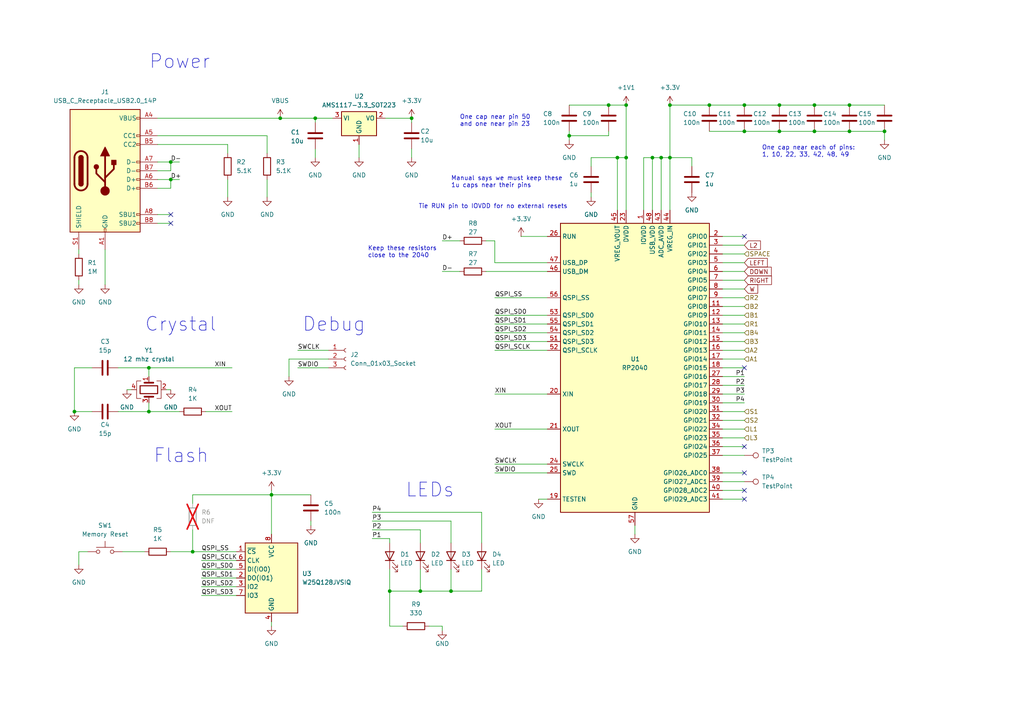
<source format=kicad_sch>
(kicad_sch (version 20231120) (generator "eeschema") (generator_version "8.0")
  (paper "A4")
  (lib_symbols
    (symbol "+3.3V_1" (power) (pin_numbers hide) (pin_names (offset 0) hide)
      (property "Value" "+3.3V" (at 0 3.556 0))
      (symbol "+3.3V_1_0_1"
        (polyline (pts (xy -0.762 1.27) (xy 0 2.54)))
        (polyline (pts (xy 0 0) (xy 0 2.54)))
        (polyline (pts (xy 0 2.54) (xy 0.762 1.27)))
      )
      (symbol "+3.3V_1_1_1"
        (pin power_in line (at 0 0 90) (length 0) (name "~") (number "1"))
      )
    )
    (symbol "Connector:Conn_01x03_Socket" (pin_names (offset 1.016) hide)
      (property "Reference" "J" (at 0 5.08 0))
      (property "Value" "Conn_01x03_Socket" (at 0 -5.08 0))
      (symbol "Conn_01x03_Socket_1_1"
        (arc (start 0 -2.032) (mid -0.5058 -2.54) (end 0 -3.048) (stroke (width 0.1524)))
        (polyline (pts (xy -1.27 -2.54) (xy -0.508 -2.54)) (stroke (width 0.1524)))
        (polyline (pts (xy -1.27 0) (xy -0.508 0)) (stroke (width 0.1524)))
        (polyline (pts (xy -1.27 2.54) (xy -0.508 2.54)) (stroke (width 0.1524)))
        (arc (start 0 0.508) (mid -0.5058 0) (end 0 -0.508) (stroke (width 0.1524)))
        (arc (start 0 3.048) (mid -0.5058 2.54) (end 0 2.032) (stroke (width 0.1524)))
        (pin passive line (at -5.08 2.54 0) (length 3.81) (name "Pin_1") (number "1"))
        (pin passive line (at -5.08 0 0) (length 3.81) (name "Pin_2") (number "2"))
        (pin passive line (at -5.08 -2.54 0) (length 3.81) (name "Pin_3") (number "3"))
      )
    )
    (symbol "Connector:TestPoint" (pin_numbers hide) (pin_names (offset 0.762) hide)
      (property "Reference" "TP" (at 0 6.858 0))
      (property "Value" "TestPoint" (at 0 5.08 0))
      (symbol "TestPoint_0_1"
        (circle (center 0 3.302) (radius 0.762))
      )
      (symbol "TestPoint_1_1"
        (pin passive line (at 0 0 90) (length 2.54) (name "1") (number "1"))
      )
    )
    (symbol "Connector:USB_C_Receptacle_USB2.0_16P" (pin_names (offset 1.016))
      (property "Reference" "J" (at 0 22.225 0))
      (property "Value" "USB_C_Receptacle_USB2.0_16P" (at 0 19.685 0))
      (symbol "USB_C_Receptacle_USB2.0_16P_0_0"
        (rectangle (start -0.254 -17.78) (end 0.254 -16.764))
        (rectangle (start 10.16 -14.986) (end 9.144 -15.494))
        (rectangle (start 10.16 -12.446) (end 9.144 -12.954))
        (rectangle (start 10.16 -4.826) (end 9.144 -5.334))
        (rectangle (start 10.16 -2.286) (end 9.144 -2.794))
        (rectangle (start 10.16 0.254) (end 9.144 -0.254))
        (rectangle (start 10.16 2.794) (end 9.144 2.286))
        (rectangle (start 10.16 7.874) (end 9.144 7.366))
        (rectangle (start 10.16 10.414) (end 9.144 9.906))
        (rectangle (start 10.16 15.494) (end 9.144 14.986))
      )
      (symbol "USB_C_Receptacle_USB2.0_16P_0_1"
        (rectangle (start -10.16 17.78) (end 10.16 -17.78) (stroke (width 0.254)) (fill (type background)))
        (arc (start -8.89 -3.81) (mid -6.985 -5.7067) (end -5.08 -3.81) (stroke (width 0.508)))
        (arc (start -7.62 -3.81) (mid -6.985 -4.4423) (end -6.35 -3.81) (stroke (width 0.254)))
        (arc (start -7.62 -3.81) (mid -6.985 -4.4423) (end -6.35 -3.81) (stroke (width 0.254)) (fill (type outline)))
        (rectangle (start -7.62 -3.81) (end -6.35 3.81) (stroke (width 0.254)) (fill (type outline)))
        (arc (start -6.35 3.81) (mid -6.985 4.4423) (end -7.62 3.81) (stroke (width 0.254)))
        (arc (start -6.35 3.81) (mid -6.985 4.4423) (end -7.62 3.81) (stroke (width 0.254)) (fill (type outline)))
        (arc (start -5.08 3.81) (mid -6.985 5.7067) (end -8.89 3.81) (stroke (width 0.508)))
        (circle (center -2.54 1.143) (radius 0.635) (stroke (width 0.254)) (fill (type outline)))
        (circle (center 0 -5.842) (radius 1.27) (fill (type outline)))
        (polyline (pts (xy -8.89 -3.81) (xy -8.89 3.81)) (stroke (width 0.508)))
        (polyline (pts (xy -5.08 3.81) (xy -5.08 -3.81)) (stroke (width 0.508)))
        (polyline (pts (xy 0 -5.842) (xy 0 4.318)) (stroke (width 0.508)))
        (polyline (pts (xy 0 -3.302) (xy -2.54 -0.762) (xy -2.54 0.508)) (stroke (width 0.508)))
        (polyline (pts (xy 0 -2.032) (xy 2.54 0.508) (xy 2.54 1.778)) (stroke (width 0.508)))
        (polyline (pts (xy -1.27 4.318) (xy 0 6.858) (xy 1.27 4.318) (xy -1.27 4.318)) (stroke (width 0.254)) (fill (type outline)))
        (rectangle (start 1.905 1.778) (end 3.175 3.048) (stroke (width 0.254)) (fill (type outline)))
      )
      (symbol "USB_C_Receptacle_USB2.0_16P_1_1"
        (pin passive line (at 0 -22.86 90) (length 5.08) (name "GND") (number "A1"))
        (pin passive line (at 0 -22.86 90) (length 5.08) hide (name "GND") (number "A12"))
        (pin passive line (at 15.24 15.24 180) (length 5.08) (name "VBUS") (number "A4"))
        (pin bidirectional line (at 15.24 10.16 180) (length 5.08) (name "CC1") (number "A5"))
        (pin bidirectional line (at 15.24 -2.54 180) (length 5.08) (name "D+") (number "A6"))
        (pin bidirectional line (at 15.24 2.54 180) (length 5.08) (name "D-") (number "A7"))
        (pin bidirectional line (at 15.24 -12.7 180) (length 5.08) (name "SBU1") (number "A8"))
        (pin passive line (at 15.24 15.24 180) (length 5.08) hide (name "VBUS") (number "A9"))
        (pin passive line (at 0 -22.86 90) (length 5.08) hide (name "GND") (number "B1"))
        (pin passive line (at 0 -22.86 90) (length 5.08) hide (name "GND") (number "B12"))
        (pin passive line (at 15.24 15.24 180) (length 5.08) hide (name "VBUS") (number "B4"))
        (pin bidirectional line (at 15.24 7.62 180) (length 5.08) (name "CC2") (number "B5"))
        (pin bidirectional line (at 15.24 -5.08 180) (length 5.08) (name "D+") (number "B6"))
        (pin bidirectional line (at 15.24 0 180) (length 5.08) (name "D-") (number "B7"))
        (pin bidirectional line (at 15.24 -15.24 180) (length 5.08) (name "SBU2") (number "B8"))
        (pin passive line (at 15.24 15.24 180) (length 5.08) hide (name "VBUS") (number "B9"))
        (pin passive line (at -7.62 -22.86 90) (length 5.08) (name "SHIELD") (number "S1"))
      )
    )
    (symbol "Device:C" (pin_numbers hide) (pin_names (offset 0.254))
      (property "Reference" "C" (at 0.635 2.54 0))
      (property "Value" "C" (at 0.635 -2.54 0))
      (symbol "C_0_1"
        (polyline (pts (xy -2.032 -0.762) (xy 2.032 -0.762)) (stroke (width 0.508)))
        (polyline (pts (xy -2.032 0.762) (xy 2.032 0.762)) (stroke (width 0.508)))
      )
      (symbol "C_1_1"
        (pin passive line (at 0 3.81 270) (length 2.794) (name "~") (number "1"))
        (pin passive line (at 0 -3.81 90) (length 2.794) (name "~") (number "2"))
      )
    )
    (symbol "Device:Crystal_GND24" (pin_names (offset 1.016) hide)
      (property "Reference" "Y" (at 3.175 5.08 0))
      (property "Value" "Crystal_GND24" (at 3.175 3.175 0))
      (symbol "Crystal_GND24_0_1"
        (rectangle (start -1.143 2.54) (end 1.143 -2.54) (stroke (width 0.3048)))
        (polyline (pts (xy -2.54 0) (xy -2.032 0)))
        (polyline (pts (xy -2.032 -1.27) (xy -2.032 1.27)) (stroke (width 0.508)))
        (polyline (pts (xy 0 -3.81) (xy 0 -3.556)))
        (polyline (pts (xy 0 3.556) (xy 0 3.81)))
        (polyline (pts (xy 2.032 -1.27) (xy 2.032 1.27)) (stroke (width 0.508)))
        (polyline (pts (xy 2.032 0) (xy 2.54 0)))
        (polyline (pts (xy -2.54 -2.286) (xy -2.54 -3.556) (xy 2.54 -3.556) (xy 2.54 -2.286)))
        (polyline (pts (xy -2.54 2.286) (xy -2.54 3.556) (xy 2.54 3.556) (xy 2.54 2.286)))
      )
      (symbol "Crystal_GND24_1_1"
        (pin passive line (at -3.81 0 0) (length 1.27) (name "1") (number "1"))
        (pin passive line (at 0 5.08 270) (length 1.27) (name "2") (number "2"))
        (pin passive line (at 3.81 0 180) (length 1.27) (name "3") (number "3"))
        (pin passive line (at 0 -5.08 90) (length 1.27) (name "4") (number "4"))
      )
    )
    (symbol "Device:LED" (pin_numbers hide) (pin_names (offset 1.016) hide)
      (property "Reference" "D" (at 0 2.54 0))
      (property "Value" "LED" (at 0 -2.54 0))
      (symbol "LED_0_1"
        (polyline (pts (xy -1.27 -1.27) (xy -1.27 1.27)) (stroke (width 0.254)))
        (polyline (pts (xy -1.27 0) (xy 1.27 0)))
        (polyline (pts (xy 1.27 -1.27) (xy 1.27 1.27) (xy -1.27 0) (xy 1.27 -1.27)) (stroke (width 0.254)))
        (polyline (pts (xy -3.048 -0.762) (xy -4.572 -2.286) (xy -3.81 -2.286) (xy -4.572 -2.286) (xy -4.572 -1.524)))
        (polyline (pts (xy -1.778 -0.762) (xy -3.302 -2.286) (xy -2.54 -2.286) (xy -3.302 -2.286) (xy -3.302 -1.524)))
      )
      (symbol "LED_1_1"
        (pin passive line (at -3.81 0 0) (length 2.54) (name "K") (number "1"))
        (pin passive line (at 3.81 0 180) (length 2.54) (name "A") (number "2"))
      )
    )
    (symbol "Device:R" (pin_numbers hide) (pin_names (offset 0))
      (property "Reference" "R" (at 2.032 0 90))
      (property "Value" "R" (at 0 0 90))
      (symbol "R_0_1"
        (rectangle (start -1.016 -2.54) (end 1.016 2.54) (stroke (width 0.254)))
      )
      (symbol "R_1_1"
        (pin passive line (at 0 3.81 270) (length 1.27) (name "~") (number "1"))
        (pin passive line (at 0 -3.81 90) (length 1.27) (name "~") (number "2"))
      )
    )
    (symbol "GND_2" (power) (pin_numbers hide) (pin_names (offset 0) hide)
      (property "Value" "GND" (at 0 -3.81 0))
      (symbol "GND_2_0_1"
        (polyline (pts (xy 0 0) (xy 0 -1.27) (xy 1.27 -1.27) (xy 0 -2.54) (xy -1.27 -1.27) (xy 0 -1.27)))
      )
      (symbol "GND_2_1_1"
        (pin power_in line (at 0 0 270) (length 0) (name "~") (number "1"))
      )
    )
    (symbol "MCU_RaspberryPi:RP2040"
      (property "Reference" "U" (at 17.78 45.72 0))
      (property "Value" "RP2040" (at 17.78 43.18 0))
      (symbol "RP2040_0_1"
        (rectangle (start -21.59 41.91) (end 21.59 -41.91) (stroke (width 0.254)) (fill (type background)))
      )
      (symbol "RP2040_1_1"
        (pin power_in line (at 2.54 45.72 270) (length 3.81) (name "IOVDD") (number "1"))
        (pin passive line (at 2.54 45.72 270) (length 3.81) hide (name "IOVDD") (number "10"))
        (pin bidirectional line (at 25.4 17.78 180) (length 3.81) (name "GPIO8") (number "11"))
        (pin bidirectional line (at 25.4 15.24 180) (length 3.81) (name "GPIO9") (number "12"))
        (pin bidirectional line (at 25.4 12.7 180) (length 3.81) (name "GPIO10") (number "13"))
        (pin bidirectional line (at 25.4 10.16 180) (length 3.81) (name "GPIO11") (number "14"))
        (pin bidirectional line (at 25.4 7.62 180) (length 3.81) (name "GPIO12") (number "15"))
        (pin bidirectional line (at 25.4 5.08 180) (length 3.81) (name "GPIO13") (number "16"))
        (pin bidirectional line (at 25.4 2.54 180) (length 3.81) (name "GPIO14") (number "17"))
        (pin bidirectional line (at 25.4 0 180) (length 3.81) (name "GPIO15") (number "18"))
        (pin input line (at -25.4 -38.1 0) (length 3.81) (name "TESTEN") (number "19"))
        (pin bidirectional line (at 25.4 38.1 180) (length 3.81) (name "GPIO0") (number "2"))
        (pin input line (at -25.4 -7.62 0) (length 3.81) (name "XIN") (number "20"))
        (pin passive line (at -25.4 -17.78 0) (length 3.81) (name "XOUT") (number "21"))
        (pin passive line (at 2.54 45.72 270) (length 3.81) hide (name "IOVDD") (number "22"))
        (pin power_in line (at -2.54 45.72 270) (length 3.81) (name "DVDD") (number "23"))
        (pin input line (at -25.4 -27.94 0) (length 3.81) (name "SWCLK") (number "24"))
        (pin bidirectional line (at -25.4 -30.48 0) (length 3.81) (name "SWD") (number "25"))
        (pin input line (at -25.4 38.1 0) (length 3.81) (name "RUN") (number "26"))
        (pin bidirectional line (at 25.4 -2.54 180) (length 3.81) (name "GPIO16") (number "27"))
        (pin bidirectional line (at 25.4 -5.08 180) (length 3.81) (name "GPIO17") (number "28"))
        (pin bidirectional line (at 25.4 -7.62 180) (length 3.81) (name "GPIO18") (number "29"))
        (pin bidirectional line (at 25.4 35.56 180) (length 3.81) (name "GPIO1") (number "3"))
        (pin bidirectional line (at 25.4 -10.16 180) (length 3.81) (name "GPIO19") (number "30"))
        (pin bidirectional line (at 25.4 -12.7 180) (length 3.81) (name "GPIO20") (number "31"))
        (pin bidirectional line (at 25.4 -15.24 180) (length 3.81) (name "GPIO21") (number "32"))
        (pin passive line (at 2.54 45.72 270) (length 3.81) hide (name "IOVDD") (number "33"))
        (pin bidirectional line (at 25.4 -17.78 180) (length 3.81) (name "GPIO22") (number "34"))
        (pin bidirectional line (at 25.4 -20.32 180) (length 3.81) (name "GPIO23") (number "35"))
        (pin bidirectional line (at 25.4 -22.86 180) (length 3.81) (name "GPIO24") (number "36"))
        (pin bidirectional line (at 25.4 -25.4 180) (length 3.81) (name "GPIO25") (number "37"))
        (pin bidirectional line (at 25.4 -30.48 180) (length 3.81) (name "GPIO26_ADC0") (number "38"))
        (pin bidirectional line (at 25.4 -33.02 180) (length 3.81) (name "GPIO27_ADC1") (number "39"))
        (pin bidirectional line (at 25.4 33.02 180) (length 3.81) (name "GPIO2") (number "4"))
        (pin bidirectional line (at 25.4 -35.56 180) (length 3.81) (name "GPIO28_ADC2") (number "40"))
        (pin bidirectional line (at 25.4 -38.1 180) (length 3.81) (name "GPIO29_ADC3") (number "41"))
        (pin passive line (at 2.54 45.72 270) (length 3.81) hide (name "IOVDD") (number "42"))
        (pin power_in line (at 7.62 45.72 270) (length 3.81) (name "ADC_AVDD") (number "43"))
        (pin power_in line (at 10.16 45.72 270) (length 3.81) (name "VREG_IN") (number "44"))
        (pin power_out line (at -5.08 45.72 270) (length 3.81) (name "VREG_VOUT") (number "45"))
        (pin bidirectional line (at -25.4 27.94 0) (length 3.81) (name "USB_DM") (number "46"))
        (pin bidirectional line (at -25.4 30.48 0) (length 3.81) (name "USB_DP") (number "47"))
        (pin power_in line (at 5.08 45.72 270) (length 3.81) (name "USB_VDD") (number "48"))
        (pin passive line (at 2.54 45.72 270) (length 3.81) hide (name "IOVDD") (number "49"))
        (pin bidirectional line (at 25.4 30.48 180) (length 3.81) (name "GPIO3") (number "5"))
        (pin passive line (at -2.54 45.72 270) (length 3.81) hide (name "DVDD") (number "50"))
        (pin bidirectional line (at -25.4 7.62 0) (length 3.81) (name "QSPI_SD3") (number "51"))
        (pin output line (at -25.4 5.08 0) (length 3.81) (name "QSPI_SCLK") (number "52"))
        (pin bidirectional line (at -25.4 15.24 0) (length 3.81) (name "QSPI_SD0") (number "53"))
        (pin bidirectional line (at -25.4 10.16 0) (length 3.81) (name "QSPI_SD2") (number "54"))
        (pin bidirectional line (at -25.4 12.7 0) (length 3.81) (name "QSPI_SD1") (number "55"))
        (pin bidirectional line (at -25.4 20.32 0) (length 3.81) (name "QSPI_SS") (number "56"))
        (pin power_in line (at 0 -45.72 90) (length 3.81) (name "GND") (number "57"))
        (pin bidirectional line (at 25.4 27.94 180) (length 3.81) (name "GPIO4") (number "6"))
        (pin bidirectional line (at 25.4 25.4 180) (length 3.81) (name "GPIO5") (number "7"))
        (pin bidirectional line (at 25.4 22.86 180) (length 3.81) (name "GPIO6") (number "8"))
        (pin bidirectional line (at 25.4 20.32 180) (length 3.81) (name "GPIO7") (number "9"))
      )
    )
    (symbol "Memory_Flash:W25Q32JVSS"
      (property "Reference" "U" (at -6.35 11.43 0))
      (property "Value" "W25Q32JVSS" (at 7.62 11.43 0))
      (symbol "W25Q32JVSS_0_1"
        (rectangle (start -7.62 10.16) (end 7.62 -10.16) (stroke (width 0.254)) (fill (type background)))
      )
      (symbol "W25Q32JVSS_1_1"
        (pin input line (at -10.16 7.62 0) (length 2.54) (name "~{CS}") (number "1"))
        (pin bidirectional line (at -10.16 0 0) (length 2.54) (name "DO(IO1)") (number "2"))
        (pin bidirectional line (at -10.16 -2.54 0) (length 2.54) (name "IO2") (number "3"))
        (pin power_in line (at 0 -12.7 90) (length 2.54) (name "GND") (number "4"))
        (pin bidirectional line (at -10.16 2.54 0) (length 2.54) (name "DI(IO0)") (number "5"))
        (pin input line (at -10.16 5.08 0) (length 2.54) (name "CLK") (number "6"))
        (pin bidirectional line (at -10.16 -5.08 0) (length 2.54) (name "IO3") (number "7"))
        (pin power_in line (at 0 12.7 270) (length 2.54) (name "VCC") (number "8"))
      )
    )
    (symbol "Regulator_Linear:NCP1117-3.3_SOT223"
      (property "Reference" "U" (at -3.81 3.175 0))
      (property "Value" "NCP1117-3.3_SOT223" (at 0 3.175 0))
      (symbol "NCP1117-3.3_SOT223_0_1"
        (rectangle (start -5.08 -5.08) (end 5.08 1.905) (stroke (width 0.254)) (fill (type background)))
      )
      (symbol "NCP1117-3.3_SOT223_1_1"
        (pin power_in line (at 0 -7.62 90) (length 2.54) (name "GND") (number "1"))
        (pin power_out line (at 7.62 0 180) (length 2.54) (name "VO") (number "2"))
        (pin power_in line (at -7.62 0 0) (length 2.54) (name "VI") (number "3"))
      )
    )
    (symbol "Switch:SW_Push" (pin_numbers hide) (pin_names (offset 1.016) hide)
      (property "Reference" "SW" (at 1.27 2.54 0))
      (property "Value" "SW_Push" (at 0 -1.524 0))
      (symbol "SW_Push_0_1"
        (circle (center -2.032 0) (radius 0.508))
        (polyline (pts (xy 0 1.27) (xy 0 3.048)))
        (polyline (pts (xy 2.54 1.27) (xy -2.54 1.27)))
        (circle (center 2.032 0) (radius 0.508))
        (pin passive line (at -5.08 0 0) (length 2.54) (name "1") (number "1"))
        (pin passive line (at 5.08 0 180) (length 2.54) (name "2") (number "2"))
      )
    )
    (symbol "power:+1V1" (power) (pin_names (offset 0))
      (property "Value" "+1V1" (at 0 3.556 0))
      (symbol "+1V1_0_1"
        (polyline (pts (xy -0.762 1.27) (xy 0 2.54)))
        (polyline (pts (xy 0 0) (xy 0 2.54)))
        (polyline (pts (xy 0 2.54) (xy 0.762 1.27)))
      )
      (symbol "+1V1_1_1"
        (pin power_in line (at 0 0 90) (length 0) hide (name "+1V1") (number "1"))
      )
    )
    (symbol "power:+3.3V" (power) (pin_names (offset 0))
      (property "Value" "+3.3V" (at 0 3.556 0))
      (symbol "+3.3V_0_1"
        (polyline (pts (xy -0.762 1.27) (xy 0 2.54)))
        (polyline (pts (xy 0 0) (xy 0 2.54)))
        (polyline (pts (xy 0 2.54) (xy 0.762 1.27)))
      )
      (symbol "+3.3V_1_1"
        (pin power_in line (at 0 0 90) (length 0) hide (name "+3.3V") (number "1"))
      )
    )
    (symbol "power:GND" (power) (pin_names (offset 0))
      (property "Value" "GND" (at 0 -3.81 0))
      (symbol "GND_0_1"
        (polyline (pts (xy 0 0) (xy 0 -1.27) (xy 1.27 -1.27) (xy 0 -2.54) (xy -1.27 -1.27) (xy 0 -1.27)))
      )
      (symbol "GND_1_1"
        (pin power_in line (at 0 0 270) (length 0) hide (name "GND") (number "1"))
      )
    )
    (symbol "power:VBUS" (power) (pin_names (offset 0))
      (property "Value" "VBUS" (at 0 3.81 0))
      (symbol "VBUS_0_1"
        (polyline (pts (xy -0.762 1.27) (xy 0 2.54)))
        (polyline (pts (xy 0 0) (xy 0 2.54)))
        (polyline (pts (xy 0 2.54) (xy 0.762 1.27)))
      )
      (symbol "VBUS_1_1"
        (pin power_in line (at 0 0 90) (length 0) hide (name "VBUS") (number "1"))
      )
    )
  )
  (junction (at 181.61 30.48))
  (junction (at 226.06 38.1))
  (junction (at 194.31 45.72))
  (junction (at 49.53 46.99))
  (junction (at 236.22 30.48))
  (junction (at 181.61 45.72))
  (junction (at 21.59 119.38))
  (junction (at 91.44 34.29))
  (junction (at 191.77 45.72))
  (junction (at 179.07 45.72))
  (junction (at 246.38 38.1))
  (junction (at 205.74 30.48))
  (junction (at 81.28 34.29))
  (junction (at 236.22 38.1))
  (junction (at 256.54 38.1))
  (junction (at 194.31 30.48))
  (junction (at 226.06 30.48))
  (junction (at 43.18 119.38))
  (junction (at 189.23 45.72))
  (junction (at 215.9 30.48))
  (junction (at 119.38 34.29))
  (junction (at 130.81 171.45))
  (junction (at 215.9 38.1))
  (junction (at 49.53 52.07))
  (junction (at 55.88 160.02))
  (junction (at 176.53 30.48))
  (junction (at 78.74 143.51))
  (junction (at 43.18 106.68))
  (junction (at 246.38 30.48))
  (junction (at 165.1 39.37))
  (junction (at 121.92 171.45))
  (junction (at 113.03 171.45))
  (no_connect (at 215.9 144.78))
  (no_connect (at 49.53 64.77))
  (no_connect (at 215.9 129.54))
  (no_connect (at 215.9 106.68))
  (no_connect (at 215.9 142.24))
  (no_connect (at 215.9 137.16))
  (no_connect (at 215.9 68.58))
  (no_connect (at 49.53 62.23))
  (wire (pts (xy 236.22 30.48) (xy 246.38 30.48)))
  (wire (pts (xy 209.55 139.7) (xy 215.9 139.7)))
  (wire (pts (xy 58.42 167.64) (xy 68.58 167.64)))
  (wire (pts (xy 165.1 39.37) (xy 165.1 40.64)))
  (wire (pts (xy 143.51 134.62) (xy 158.75 134.62)))
  (wire (pts (xy 119.38 35.56) (xy 119.38 34.29)))
  (wire (pts (xy 78.74 180.34) (xy 78.74 181.61)))
  (wire (pts (xy 143.51 86.36) (xy 158.75 86.36)))
  (wire (pts (xy 34.29 106.68) (xy 43.18 106.68)))
  (wire (pts (xy 49.53 49.53) (xy 49.53 46.99)))
  (wire (pts (xy 176.53 38.1) (xy 176.53 39.37)))
  (wire (pts (xy 104.14 41.91) (xy 104.14 45.72)))
  (wire (pts (xy 91.44 43.18) (xy 91.44 45.72)))
  (wire (pts (xy 143.51 114.3) (xy 158.75 114.3)))
  (wire (pts (xy 205.74 38.1) (xy 215.9 38.1)))
  (wire (pts (xy 209.55 101.6) (xy 215.9 101.6)))
  (wire (pts (xy 140.97 78.74) (xy 158.75 78.74)))
  (wire (pts (xy 189.23 45.72) (xy 191.77 45.72)))
  (wire (pts (xy 45.72 54.61) (xy 49.53 54.61)))
  (wire (pts (xy 143.51 99.06) (xy 158.75 99.06)))
  (wire (pts (xy 158.75 76.2) (xy 143.51 76.2)))
  (wire (pts (xy 130.81 151.13) (xy 130.81 157.48)))
  (wire (pts (xy 128.27 181.61) (xy 128.27 182.88)))
  (wire (pts (xy 45.72 49.53) (xy 49.53 49.53)))
  (wire (pts (xy 128.27 69.85) (xy 133.35 69.85)))
  (wire (pts (xy 45.72 64.77) (xy 49.53 64.77)))
  (wire (pts (xy 139.7 165.1) (xy 139.7 171.45)))
  (wire (pts (xy 77.47 52.07) (xy 77.47 57.15)))
  (wire (pts (xy 130.81 165.1) (xy 130.81 171.45)))
  (wire (pts (xy 156.21 144.78) (xy 158.75 144.78)))
  (wire (pts (xy 34.29 119.38) (xy 43.18 119.38)))
  (wire (pts (xy 209.55 144.78) (xy 215.9 144.78)))
  (wire (pts (xy 246.38 38.1) (xy 256.54 38.1)))
  (wire (pts (xy 194.31 45.72) (xy 194.31 60.96)))
  (wire (pts (xy 209.55 104.14) (xy 215.9 104.14)))
  (wire (pts (xy 209.55 71.12) (xy 215.9 71.12)))
  (wire (pts (xy 43.18 119.38) (xy 52.07 119.38)))
  (wire (pts (xy 66.04 52.07) (xy 66.04 57.15)))
  (wire (pts (xy 45.72 52.07) (xy 49.53 52.07)))
  (wire (pts (xy 91.44 34.29) (xy 91.44 35.56)))
  (wire (pts (xy 209.55 111.76) (xy 215.9 111.76)))
  (wire (pts (xy 209.55 121.92) (xy 215.9 121.92)))
  (wire (pts (xy 186.69 45.72) (xy 189.23 45.72)))
  (wire (pts (xy 209.55 106.68) (xy 215.9 106.68)))
  (wire (pts (xy 95.25 104.14) (xy 83.82 104.14)))
  (wire (pts (xy 119.38 43.18) (xy 119.38 45.72)))
  (wire (pts (xy 66.04 41.91) (xy 66.04 44.45)))
  (wire (pts (xy 194.31 30.48) (xy 194.31 45.72)))
  (wire (pts (xy 209.55 73.66) (xy 215.9 73.66)))
  (wire (pts (xy 45.72 39.37) (xy 77.47 39.37)))
  (wire (pts (xy 181.61 30.48) (xy 181.61 45.72)))
  (wire (pts (xy 181.61 45.72) (xy 181.61 60.96)))
  (wire (pts (xy 35.56 160.02) (xy 41.91 160.02)))
  (wire (pts (xy 209.55 68.58) (xy 215.9 68.58)))
  (wire (pts (xy 209.55 109.22) (xy 215.9 109.22)))
  (wire (pts (xy 143.51 93.98) (xy 158.75 93.98)))
  (wire (pts (xy 194.31 45.72) (xy 200.66 45.72)))
  (wire (pts (xy 143.51 137.16) (xy 158.75 137.16)))
  (wire (pts (xy 209.55 86.36) (xy 215.9 86.36)))
  (wire (pts (xy 209.55 78.74) (xy 215.9 78.74)))
  (wire (pts (xy 143.51 69.85) (xy 143.51 76.2)))
  (wire (pts (xy 143.51 101.6) (xy 158.75 101.6)))
  (wire (pts (xy 165.1 39.37) (xy 176.53 39.37)))
  (wire (pts (xy 179.07 45.72) (xy 179.07 60.96)))
  (wire (pts (xy 124.46 181.61) (xy 128.27 181.61)))
  (wire (pts (xy 209.55 81.28) (xy 215.9 81.28)))
  (wire (pts (xy 209.55 83.82) (xy 215.9 83.82)))
  (wire (pts (xy 78.74 142.24) (xy 78.74 143.51)))
  (wire (pts (xy 151.13 68.58) (xy 158.75 68.58)))
  (wire (pts (xy 246.38 30.48) (xy 256.54 30.48)))
  (wire (pts (xy 189.23 45.72) (xy 189.23 60.96)))
  (wire (pts (xy 209.55 114.3) (xy 215.9 114.3)))
  (wire (pts (xy 45.72 46.99) (xy 49.53 46.99)))
  (wire (pts (xy 21.59 106.68) (xy 26.67 106.68)))
  (wire (pts (xy 83.82 104.14) (xy 83.82 109.22)))
  (wire (pts (xy 49.53 54.61) (xy 49.53 52.07)))
  (wire (pts (xy 43.18 119.38) (xy 43.18 116.84)))
  (wire (pts (xy 113.03 171.45) (xy 121.92 171.45)))
  (wire (pts (xy 215.9 30.48) (xy 226.06 30.48)))
  (wire (pts (xy 158.75 124.46) (xy 143.51 124.46)))
  (wire (pts (xy 165.1 30.48) (xy 176.53 30.48)))
  (wire (pts (xy 113.03 165.1) (xy 113.03 171.45)))
  (wire (pts (xy 22.86 160.02) (xy 25.4 160.02)))
  (wire (pts (xy 49.53 46.99) (xy 52.07 46.99)))
  (wire (pts (xy 184.15 152.4) (xy 184.15 154.94)))
  (wire (pts (xy 22.86 81.28) (xy 22.86 82.55)))
  (wire (pts (xy 209.55 99.06) (xy 215.9 99.06)))
  (wire (pts (xy 128.27 78.74) (xy 133.35 78.74)))
  (wire (pts (xy 21.59 119.38) (xy 26.67 119.38)))
  (wire (pts (xy 179.07 45.72) (xy 171.45 45.72)))
  (wire (pts (xy 91.44 34.29) (xy 96.52 34.29)))
  (wire (pts (xy 116.84 181.61) (xy 113.03 181.61)))
  (wire (pts (xy 113.03 156.21) (xy 113.03 157.48)))
  (wire (pts (xy 48.26 113.03) (xy 49.53 113.03)))
  (wire (pts (xy 256.54 38.1) (xy 256.54 40.64)))
  (wire (pts (xy 78.74 143.51) (xy 78.74 154.94)))
  (wire (pts (xy 209.55 116.84) (xy 215.9 116.84)))
  (wire (pts (xy 45.72 62.23) (xy 49.53 62.23)))
  (wire (pts (xy 30.48 72.39) (xy 30.48 82.55)))
  (wire (pts (xy 58.42 165.1) (xy 68.58 165.1)))
  (wire (pts (xy 181.61 45.72) (xy 179.07 45.72)))
  (wire (pts (xy 209.55 88.9) (xy 215.9 88.9)))
  (wire (pts (xy 36.83 113.03) (xy 38.1 113.03)))
  (wire (pts (xy 49.53 52.07) (xy 52.07 52.07)))
  (wire (pts (xy 209.55 76.2) (xy 215.9 76.2)))
  (wire (pts (xy 209.55 142.24) (xy 215.9 142.24)))
  (wire (pts (xy 49.53 160.02) (xy 55.88 160.02)))
  (wire (pts (xy 45.72 34.29) (xy 81.28 34.29)))
  (wire (pts (xy 107.95 156.21) (xy 113.03 156.21)))
  (wire (pts (xy 143.51 91.44) (xy 158.75 91.44)))
  (wire (pts (xy 121.92 153.67) (xy 121.92 157.48)))
  (wire (pts (xy 107.95 151.13) (xy 130.81 151.13)))
  (wire (pts (xy 143.51 96.52) (xy 158.75 96.52)))
  (wire (pts (xy 140.97 69.85) (xy 143.51 69.85)))
  (wire (pts (xy 55.88 143.51) (xy 78.74 143.51)))
  (wire (pts (xy 191.77 45.72) (xy 194.31 45.72)))
  (wire (pts (xy 209.55 93.98) (xy 215.9 93.98)))
  (wire (pts (xy 121.92 165.1) (xy 121.92 171.45)))
  (wire (pts (xy 121.92 171.45) (xy 130.81 171.45)))
  (wire (pts (xy 209.55 124.46) (xy 215.9 124.46)))
  (wire (pts (xy 90.17 151.13) (xy 90.17 152.4)))
  (wire (pts (xy 22.86 160.02) (xy 22.86 163.83)))
  (wire (pts (xy 209.55 132.08) (xy 215.9 132.08)))
  (wire (pts (xy 58.42 172.72) (xy 68.58 172.72)))
  (wire (pts (xy 226.06 38.1) (xy 236.22 38.1)))
  (wire (pts (xy 43.18 106.68) (xy 43.18 109.22)))
  (wire (pts (xy 43.18 106.68) (xy 67.31 106.68)))
  (wire (pts (xy 226.06 30.48) (xy 236.22 30.48)))
  (wire (pts (xy 165.1 38.1) (xy 165.1 39.37)))
  (wire (pts (xy 81.28 34.29) (xy 91.44 34.29)))
  (wire (pts (xy 186.69 60.96) (xy 186.69 45.72)))
  (wire (pts (xy 215.9 38.1) (xy 226.06 38.1)))
  (wire (pts (xy 21.59 119.38) (xy 21.59 106.68)))
  (wire (pts (xy 107.95 148.59) (xy 139.7 148.59)))
  (wire (pts (xy 205.74 30.48) (xy 215.9 30.48)))
  (wire (pts (xy 45.72 41.91) (xy 66.04 41.91)))
  (wire (pts (xy 55.88 146.05) (xy 55.88 143.51)))
  (wire (pts (xy 58.42 162.56) (xy 68.58 162.56)))
  (wire (pts (xy 58.42 170.18) (xy 68.58 170.18)))
  (wire (pts (xy 22.86 72.39) (xy 22.86 73.66)))
  (wire (pts (xy 209.55 127) (xy 215.9 127)))
  (wire (pts (xy 139.7 171.45) (xy 130.81 171.45)))
  (wire (pts (xy 86.36 101.6) (xy 95.25 101.6)))
  (wire (pts (xy 107.95 153.67) (xy 121.92 153.67)))
  (wire (pts (xy 200.66 48.26) (xy 200.66 45.72)))
  (wire (pts (xy 55.88 160.02) (xy 68.58 160.02)))
  (wire (pts (xy 209.55 137.16) (xy 215.9 137.16)))
  (wire (pts (xy 55.88 153.67) (xy 55.88 160.02)))
  (wire (pts (xy 171.45 55.88) (xy 171.45 57.15)))
  (wire (pts (xy 209.55 119.38) (xy 215.9 119.38)))
  (wire (pts (xy 86.36 106.68) (xy 95.25 106.68)))
  (wire (pts (xy 236.22 38.1) (xy 246.38 38.1)))
  (wire (pts (xy 113.03 171.45) (xy 113.03 181.61)))
  (wire (pts (xy 176.53 30.48) (xy 181.61 30.48)))
  (wire (pts (xy 78.74 143.51) (xy 90.17 143.51)))
  (wire (pts (xy 139.7 148.59) (xy 139.7 157.48)))
  (wire (pts (xy 191.77 45.72) (xy 191.77 60.96)))
  (wire (pts (xy 209.55 91.44) (xy 215.9 91.44)))
  (wire (pts (xy 59.69 119.38) (xy 67.31 119.38)))
  (wire (pts (xy 194.31 30.48) (xy 205.74 30.48)))
  (wire (pts (xy 171.45 45.72) (xy 171.45 48.26)))
  (wire (pts (xy 209.55 96.52) (xy 215.9 96.52)))
  (wire (pts (xy 209.55 129.54) (xy 215.9 129.54)))
  (wire (pts (xy 77.47 39.37) (xy 77.47 44.45)))
  (wire (pts (xy 111.76 34.29) (xy 119.38 34.29)))
  (text "Crystal" (at 41.91 96.52 0) (effects (font (size 4 4)) (justify left bottom)))
  (text "Keep these resistors\nclose to the 2040" (at 106.68 74.93 0) (effects (font (size 1.27 1.27)) (justify left bottom)))
  (text "Flash" (at 44.45 134.62 0) (effects (font (size 4 4)) (justify left bottom)))
  (text "Tie RUN pin to IOVDD for no external resets" (at 143.002 59.944 0) (effects (font (size 1.27 1.27))))
  (text "Debug" (at 87.63 96.52 0) (effects (font (size 4 4)) (justify left bottom)))
  (text "One cap near each of pins:\n1, 10, 22, 33, 42, 48, 49" (at 220.98 45.72 0) (effects (font (size 1.27 1.27)) (justify left bottom)))
  (text "Manual says we must keep these \n1u caps near their pins" (at 130.81 54.61 0) (effects (font (size 1.27 1.27)) (justify left bottom)))
  (text "One cap near pin 50\nand one near pin 23" (at 133.35 36.83 0) (effects (font (size 1.27 1.27)) (justify left bottom)))
  (text "LEDs" (at 124.714 142.24 0) (effects (font (size 4 4))))
  (text "Power" (at 43.18 20.32 0) (effects (font (size 4 4)) (justify left bottom)))
  (label "P2" (at 107.95 153.67 0))
  (label "QSPI_SS" (at 143.51 86.36 0))
  (label "D+" (at 49.53 52.07 0))
  (label "SWCLK" (at 143.51 134.62 0))
  (label "QSPI_SD0" (at 143.51 91.44 0))
  (label "QSPI_SS" (at 58.42 160.02 0))
  (label "D-" (at 49.53 46.99 0))
  (label "P2" (at 213.36 111.76 0))
  (label "P4" (at 107.95 148.59 0))
  (label "QSPI_SD2" (at 58.42 170.18 0))
  (label "QSPI_SD1" (at 58.42 167.64 0))
  (label "XIN" (at 62.23 106.68 0))
  (label "QSPI_SD2" (at 143.51 96.52 0))
  (label "SWDIO" (at 143.51 137.16 0))
  (label "XOUT" (at 62.23 119.38 0))
  (label "SWDIO" (at 86.36 106.68 0))
  (label "QSPI_SD0" (at 58.42 165.1 0))
  (label "D+" (at 128.27 69.85 0))
  (label "QSPI_SCLK" (at 58.42 162.56 0))
  (label "XIN" (at 143.51 114.3 0))
  (label "SWCLK" (at 86.36 101.6 0))
  (label "QSPI_SCLK" (at 143.51 101.6 0))
  (label "P3" (at 107.95 151.13 0))
  (label "P3" (at 213.36 114.3 0))
  (label "P4" (at 213.36 116.84 0))
  (label "QSPI_SD3" (at 58.42 172.72 0))
  (label "D-" (at 128.27 78.74 0))
  (label "QSPI_SD1" (at 143.51 93.98 0))
  (label "P1" (at 213.36 109.22 0))
  (label "P1" (at 107.95 156.21 0))
  (label "XOUT" (at 143.51 124.46 0))
  (label "QSPI_SD3" (at 143.51 99.06 0))
  (global_label "W" (shape input) (at 215.9 83.82 0) (property "Intersheetrefs" "${INTERSHEET_REFS}" (effects (hide yes))))
  (global_label "L2" (shape input) (at 215.9 71.12 0) (property "Intersheetrefs" "${INTERSHEET_REFS}" (effects (hide yes))))
  (global_label "DOWN" (shape input) (at 215.9 78.74 0) (property "Intersheetrefs" "${INTERSHEET_REFS}" (effects (hide yes))))
  (global_label "LEFT" (shape input) (at 215.9 76.2 0) (property "Intersheetrefs" "${INTERSHEET_REFS}" (effects (hide yes))))
  (global_label "RIGHT" (shape input) (at 215.9 81.28 0) (property "Intersheetrefs" "${INTERSHEET_REFS}" (effects (hide yes))))
  (hierarchical_label "B1" (shape input) (at 215.9 91.44 0))
  (hierarchical_label "R2" (shape input) (at 215.9 86.36 0))
  (hierarchical_label "B2" (shape input) (at 215.9 88.9 0))
  (hierarchical_label "S2" (shape input) (at 215.9 121.92 0))
  (hierarchical_label "B3" (shape input) (at 215.9 99.06 0))
  (hierarchical_label "B4" (shape input) (at 215.9 96.52 0))
  (hierarchical_label "R1" (shape input) (at 215.9 93.98 0))
  (hierarchical_label "A1" (shape input) (at 215.9 104.14 0))
  (hierarchical_label "L1" (shape input) (at 215.9 124.46 0))
  (hierarchical_label "S1" (shape input) (at 215.9 119.38 0))
  (hierarchical_label "A2" (shape input) (at 215.9 101.6 0))
  (hierarchical_label "L3" (shape input) (at 215.9 127 0))
  (hierarchical_label "SPACE" (shape input) (at 215.9 73.66 0))
  (symbol (lib_id "power:+3.3V") (at 119.38 34.29 0) (unit 1)
    (property "Reference" "#PWR05" (effects (hide yes)))
    (property "Value" "+3.3V" (at 119.38 29.21 0))
  )
  (symbol (lib_id "power:GND") (at 22.86 82.55 0) (unit 1)
    (property "Reference" "#PWR06" (effects (hide yes)))
    (property "Value" "GND" (at 22.86 87.63 0))
  )
  (symbol (lib_id "power:+3.3V") (at 78.74 142.24 0) (unit 1)
    (property "Reference" "#PWR015" (effects (hide yes)))
    (property "Value" "+3.3V" (at 78.74 137.16 0))
  )
  (symbol (lib_id "Connector:TestPoint") (at 215.9 139.7 270) (unit 1) (in_bom no)
    (property "Reference" "TP4" (at 220.98 138.4299 90) (effects (justify left)))
    (property "Value" "TestPoint" (at 220.98 140.9699 90) (effects (justify left)))
    (property "Footprint" "TestPoint:TestPoint_Pad_D1.0mm" (effects (hide yes)))
    (property "Description" "test point" (effects (hide yes)))
  )
  (symbol (lib_id "power:GND") (at 90.17 152.4 0) (unit 1)
    (property "Reference" "#PWR014" (effects (hide yes)))
    (property "Value" "GND" (at 90.17 157.48 0))
  )
  (symbol (lib_id "power:GND") (at 171.45 57.15 0) (unit 1)
    (property "Reference" "#PWR020" (effects (hide yes)))
    (property "Value" "GND" (at 171.45 62.23 0))
  )
  (symbol (lib_id "power:GND") (at 156.21 144.78 0) (unit 1)
    (property "Reference" "#PWR017" (effects (hide yes)))
    (property "Value" "GND" (at 156.21 149.86 0))
  )
  (symbol (lib_id "Device:R") (at 22.86 77.47 0) (unit 1)
    (property "Reference" "R1" (at 25.4 76.2 0) (effects (justify left)))
    (property "Value" "1M" (at 25.4 78.74 0) (effects (justify left)))
    (property "Footprint" "Resistor_SMD:R_0402_1005Metric" (effects (hide yes)))
    (property "LCSC" "C26083" (effects (hide yes)))
  )
  (symbol (lib_id "Device:C") (at 119.38 39.37 0) (unit 1)
    (property "Reference" "C2" (at 121.92 38.1 0) (effects (justify left)))
    (property "Value" "10u" (at 121.92 40.64 0) (effects (justify left)))
    (property "Footprint" "Capacitor_SMD:C_0402_1005Metric" (effects (hide yes)))
    (property "LCSC" "C15525" (effects (hide yes)))
  )
  (symbol (lib_id "power:GND") (at 165.1 40.64 0) (unit 1)
    (property "Reference" "#PWR023" (effects (hide yes)))
    (property "Value" "GND" (at 165.1 45.72 0))
  )
  (symbol (lib_id "Device:C") (at 205.74 34.29 0) (unit 1)
    (property "Reference" "C10" (at 198.12 33.02 0) (effects (justify left)))
    (property "Value" "100n" (at 198.12 35.56 0) (effects (justify left)))
    (property "Footprint" "Capacitor_SMD:C_0402_1005Metric" (effects (hide yes)))
    (property "LCSC" "C1525" (effects (hide yes)))
  )
  (symbol (lib_id "Device:R") (at 137.16 69.85 90) (unit 1)
    (property "Reference" "R8" (at 137.16 64.77 90))
    (property "Value" "27" (at 137.16 67.31 90))
    (property "Footprint" "Resistor_SMD:R_0402_1005Metric" (effects (hide yes)))
    (property "LCSC" "C25190" (effects (hide yes)))
  )
  (symbol (lib_id "Device:Crystal_GND24") (at 43.18 113.03 270) (unit 1)
    (property "Reference" "Y1" (at 43.18 101.6 90))
    (property "Value" "12 mhz crystal" (at 43.18 104.14 90))
    (property "Footprint" "Crystal:Crystal_SMD_3225-4Pin_3.2x2.5mm" (effects (hide yes)))
    (property "LCSC" "C9002" (effects (hide yes)))
  )
  (symbol (lib_id "Device:C") (at 246.38 34.29 0) (unit 1)
    (property "Reference" "C14" (at 238.76 33.02 0) (effects (justify left)))
    (property "Value" "100n" (at 238.76 35.56 0) (effects (justify left)))
    (property "Footprint" "Capacitor_SMD:C_0402_1005Metric" (effects (hide yes)))
    (property "LCSC" "C1525" (effects (hide yes)))
  )
  (symbol (lib_id "power:VBUS") (at 81.28 34.29 0) (unit 1)
    (property "Reference" "#PWR04" (effects (hide yes)))
    (property "Value" "VBUS" (at 81.28 29.21 0))
  )
  (symbol (lib_id "Device:C") (at 30.48 106.68 90) (unit 1)
    (property "Reference" "C3" (at 30.48 99.06 90))
    (property "Value" "15p" (at 30.48 101.6 90))
    (property "Footprint" "Capacitor_SMD:C_0402_1005Metric" (effects (hide yes)))
    (property "LCSC" "C1548" (effects (hide yes)))
  )
  (symbol (lib_id "Device:C") (at 200.66 52.07 0) (unit 1)
    (property "Reference" "C7" (at 204.47 50.8 0) (effects (justify left)))
    (property "Value" "1u" (at 204.47 53.34 0) (effects (justify left)))
    (property "Footprint" "Capacitor_SMD:C_0402_1005Metric" (effects (hide yes)))
    (property "LCSC" "C52923" (effects (hide yes)))
  )
  (symbol (lib_id "Device:C") (at 90.17 147.32 0) (unit 1)
    (property "Reference" "C5" (at 93.98 146.05 0) (effects (justify left)))
    (property "Value" "100n" (at 93.98 148.59 0) (effects (justify left)))
    (property "Footprint" "Capacitor_SMD:C_0402_1005Metric" (effects (hide yes)))
    (property "LCSC" "C1525" (effects (hide yes)))
  )
  (symbol (lib_id "power:GND") (at 21.59 119.38 0) (unit 1)
    (property "Reference" "#PWR010" (effects (hide yes)))
    (property "Value" "GND" (at 21.59 124.46 0))
  )
  (symbol (lib_id "Device:R") (at 55.88 119.38 90) (unit 1)
    (property "Reference" "R4" (at 55.88 113.03 90))
    (property "Value" "1K" (at 55.88 115.57 90))
    (property "Footprint" "Resistor_SMD:R_0402_1005Metric" (effects (hide yes)))
    (property "LCSC" "C11702" (effects (hide yes)))
  )
  (symbol (lib_id "Device:C") (at 226.06 34.29 0) (unit 1)
    (property "Reference" "C12" (at 218.44 33.02 0) (effects (justify left)))
    (property "Value" "100n" (at 218.44 35.56 0) (effects (justify left)))
    (property "Footprint" "Capacitor_SMD:C_0402_1005Metric" (effects (hide yes)))
    (property "LCSC" "C1525" (effects (hide yes)))
  )
  (symbol (lib_id "Device:LED") (at 139.7 161.29 90) (unit 1)
    (property "Reference" "D4" (at 142.748 160.782 90) (effects (justify right)))
    (property "Value" "LED" (at 142.748 163.322 90) (effects (justify right)))
    (property "Footprint" "LED_SMD:LED_0805_2012Metric" (effects (hide yes)))
    (property "Description" "Light emitting diode" (effects (hide yes)))
  )
  (symbol (lib_id "Device:C") (at 91.44 39.37 0) (unit 1)
    (property "Reference" "C1" (at 84.328 38.354 0) (effects (justify left)))
    (property "Value" "10u" (at 84.328 40.894 0) (effects (justify left)))
    (property "Footprint" "Capacitor_SMD:C_0402_1005Metric" (effects (hide yes)))
    (property "LCSC" "C15525" (effects (hide yes)))
  )
  (symbol (lib_id "Connector:Conn_01x03_Socket") (at 100.33 104.14 0) (unit 1) (in_bom no)
    (property "Reference" "J2" (at 101.6 102.87 0) (effects (justify left)))
    (property "Value" "Conn_01x03_Socket" (at 101.6 105.41 0) (effects (justify left)))
    (property "Footprint" "Fightstick_Library:Debug_Points" (effects (hide yes)))
  )
  (symbol (lib_id "MCU_RaspberryPi:RP2040") (at 184.15 106.68 0) (unit 1)
    (property "Reference" "U1" (at 182.88 104.14 0) (effects (justify left)))
    (property "Value" "RP2040" (at 180.34 106.68 0) (effects (justify left)))
    (property "Footprint" "Package_DFN_QFN:QFN-56-1EP_7x7mm_P0.4mm_EP3.2x3.2mm" (effects (hide yes)))
    (property "Datasheet" "https://datasheets.raspberrypi.com/rp2040/rp2040-datasheet.pdf" (effects (hide yes)))
    (property "LCSC" "C2040" (effects (hide yes)))
  )
  (symbol (lib_id "Regulator_Linear:NCP1117-3.3_SOT223") (at 104.14 34.29 0) (unit 1)
    (property "Reference" "U2" (at 104.14 27.94 0))
    (property "Value" "AMS1117-3.3_SOT223" (at 104.14 30.48 0))
    (property "Footprint" "Fightstick_Library:LDO_AMS1117-3.3" (effects (hide yes)))
    (property "Datasheet" "http://www.onsemi.com/pub_link/Collateral/NCP1117-D.PDF" (effects (hide yes)))
    (property "LCSC" "C6186" (effects (hide yes)))
  )
  (symbol (lib_id "Device:R") (at 137.16 78.74 90) (unit 1)
    (property "Reference" "R7" (at 137.16 73.66 90))
    (property "Value" "27" (at 137.16 76.2 90))
    (property "Footprint" "Resistor_SMD:R_0402_1005Metric" (effects (hide yes)))
    (property "LCSC" "C25190" (effects (hide yes)))
  )
  (symbol (lib_name "GND_2") (lib_id "power:GND") (at 128.27 182.88 0) (unit 1)
    (property "Reference" "#PWR055" (effects (hide yes)))
    (property "Value" "GND" (at 128.27 186.69 0))
    (property "Description" "Power symbol creates a global label with name \"GND\" , ground" (effects (hide yes)))
  )
  (symbol (lib_id "Device:C") (at 236.22 34.29 0) (unit 1)
    (property "Reference" "C13" (at 228.6 33.02 0) (effects (justify left)))
    (property "Value" "100n" (at 228.6 35.56 0) (effects (justify left)))
    (property "Footprint" "Capacitor_SMD:C_0402_1005Metric" (effects (hide yes)))
    (property "LCSC" "C1525" (effects (hide yes)))
  )
  (symbol (lib_id "Connector:USB_C_Receptacle_USB2.0_16P") (at 30.48 49.53 0) (unit 1)
    (property "Reference" "J1" (at 30.48 26.67 0))
    (property "Value" "USB_C_Receptacle_USB2.0_14P" (at 30.48 29.21 0))
    (property "Footprint" "Fightstick_Library:USB_C_Receptacle_C6332272" (effects (hide yes)))
    (property "Datasheet" "https://www.usb.org/sites/default/files/documents/usb_type-c.zip" (effects (hide yes)))
    (property "Description" "USB 2.0-only 16P Type-C Receptacle connector" (effects (hide yes)))
    (property "LCSC" "C6332272" (effects (hide yes)))
  )
  (symbol (lib_id "power:+3.3V") (at 194.31 30.48 0) (unit 1)
    (property "Reference" "#PWR024" (effects (hide yes)))
    (property "Value" "+3.3V" (at 194.31 25.4 0))
  )
  (symbol (lib_id "power:GND") (at 91.44 45.72 0) (unit 1)
    (property "Reference" "#PWR03" (effects (hide yes)))
    (property "Value" "GND" (at 91.44 50.8 0))
  )
  (symbol (lib_id "power:GND") (at 30.48 82.55 0) (unit 1)
    (property "Reference" "#PWR07" (effects (hide yes)))
    (property "Value" "GND" (at 30.48 87.63 0))
  )
  (symbol (lib_id "Device:C") (at 256.54 34.29 0) (unit 1)
    (property "Reference" "C15" (at 248.92 33.02 0) (effects (justify left)))
    (property "Value" "100n" (at 248.92 35.56 0) (effects (justify left)))
    (property "Footprint" "Capacitor_SMD:C_0402_1005Metric" (effects (hide yes)))
    (property "LCSC" "C1525" (effects (hide yes)))
  )
  (symbol (lib_id "Connector:TestPoint") (at 215.9 132.08 270) (unit 1) (in_bom no)
    (property "Reference" "TP3" (at 220.98 130.8099 90) (effects (justify left)))
    (property "Value" "TestPoint" (at 220.98 133.3499 90) (effects (justify left)))
    (property "Footprint" "TestPoint:TestPoint_Pad_D1.0mm" (effects (hide yes)))
    (property "Description" "test point" (effects (hide yes)))
  )
  (symbol (lib_id "Switch:SW_Push") (at 30.48 160.02 0) (unit 1)
    (property "Reference" "SW1" (at 30.48 152.4 0))
    (property "Value" "Memory Reset" (at 30.48 154.94 0))
    (property "Footprint" "Fightstick_Library:SW_TS-1187A-C-A-B" (effects (hide yes)))
    (property "Description" "Push button switch, generic, two pins" (effects (hide yes)))
    (property "LCSC" "C318884" (effects (hide yes)))
  )
  (symbol (lib_id "Device:R") (at 120.65 181.61 90) (unit 1)
    (property "Reference" "R9" (at 120.65 175.26 90))
    (property "Value" "330" (at 120.65 177.8 90))
    (property "Footprint" "Resistor_SMD:R_0402_1005Metric" (effects (hide yes)))
    (property "Description" "Resistor" (effects (hide yes)))
    (property "LCSC" "C25104" (effects (hide yes)))
  )
  (symbol (lib_id "power:GND") (at 77.47 57.15 0) (unit 1)
    (property "Reference" "#PWR09" (effects (hide yes)))
    (property "Value" "GND" (at 77.47 62.23 0))
  )
  (symbol (lib_id "power:GND") (at 256.54 40.64 0) (unit 1)
    (property "Reference" "#PWR025" (effects (hide yes)))
    (property "Value" "GND" (at 256.54 45.72 0))
  )
  (symbol (lib_id "Device:C") (at 176.53 34.29 0) (unit 1)
    (property "Reference" "C9" (at 168.91 33.02 0) (effects (justify left)))
    (property "Value" "100n" (at 168.91 35.56 0) (effects (justify left)))
    (property "Footprint" "Capacitor_SMD:C_0402_1005Metric" (effects (hide yes)))
    (property "LCSC" "C1525" (effects (hide yes)))
  )
  (symbol (lib_id "power:GND") (at 184.15 154.94 0) (unit 1)
    (property "Reference" "#PWR016" (effects (hide yes)))
    (property "Value" "GND" (at 184.15 160.02 0))
  )
  (symbol (lib_id "Device:C") (at 165.1 34.29 0) (unit 1)
    (property "Reference" "C8" (at 157.48 33.02 0) (effects (justify left)))
    (property "Value" "100n" (at 157.48 35.56 0) (effects (justify left)))
    (property "Footprint" "Capacitor_SMD:C_0402_1005Metric" (effects (hide yes)))
    (property "LCSC" "C1525" (effects (hide yes)))
  )
  (symbol (lib_id "power:GND") (at 83.82 109.22 0) (unit 1)
    (property "Reference" "#PWR019" (effects (hide yes)))
    (property "Value" "GND" (at 83.82 114.3 0))
  )
  (symbol (lib_id "power:GND") (at 66.04 57.15 0) (unit 1)
    (property "Reference" "#PWR08" (effects (hide yes)))
    (property "Value" "GND" (at 66.04 62.23 0))
  )
  (symbol (lib_id "power:GND") (at 22.86 163.83 0) (unit 1)
    (property "Reference" "#PWR018" (effects (hide yes)))
    (property "Value" "GND" (at 22.86 168.91 0))
  )
  (symbol (lib_id "Device:C") (at 215.9 34.29 0) (unit 1)
    (property "Reference" "C11" (at 208.28 33.02 0) (effects (justify left)))
    (property "Value" "100n" (at 208.28 35.56 0) (effects (justify left)))
    (property "Footprint" "Capacitor_SMD:C_0402_1005Metric" (effects (hide yes)))
    (property "LCSC" "C1525" (effects (hide yes)))
  )
  (symbol (lib_name "+3.3V_1") (lib_id "power:+3.3V") (at 151.13 68.58 0) (unit 1)
    (property "Reference" "#PWR037" (effects (hide yes)))
    (property "Value" "+3.3V" (at 151.13 63.5 0))
    (property "Description" "Power symbol creates a global label with name \"+3.3V\"" (effects (hide yes)))
  )
  (symbol (lib_id "Device:C") (at 30.48 119.38 90) (unit 1)
    (property "Reference" "C4" (at 30.48 123.19 90))
    (property "Value" "15p" (at 30.48 125.73 90))
    (property "Footprint" "Capacitor_SMD:C_0402_1005Metric" (effects (hide yes)))
    (property "LCSC" "C1548" (effects (hide yes)))
  )
  (symbol (lib_id "power:GND") (at 49.53 113.03 0) (unit 1)
    (property "Reference" "#PWR012" (effects (hide yes)))
    (property "Value" "GND" (at 49.53 118.11 0))
  )
  (symbol (lib_id "power:GND") (at 119.38 45.72 0) (unit 1)
    (property "Reference" "#PWR02" (effects (hide yes)))
    (property "Value" "GND" (at 119.38 50.8 0))
  )
  (symbol (lib_id "Device:R") (at 66.04 48.26 0) (unit 1)
    (property "Reference" "R2" (at 68.58 46.99 0) (effects (justify left)))
    (property "Value" "5.1K" (at 68.58 49.53 0) (effects (justify left)))
    (property "Footprint" "Resistor_SMD:R_0402_1005Metric" (effects (hide yes)))
    (property "LCSC" "C25905" (effects (hide yes)))
  )
  (symbol (lib_id "power:GND") (at 78.74 181.61 0) (unit 1)
    (property "Reference" "#PWR013" (effects (hide yes)))
    (property "Value" "GND" (at 78.74 186.69 0))
  )
  (symbol (lib_id "Device:LED") (at 130.81 161.29 90) (unit 1)
    (property "Reference" "D3" (at 133.858 160.782 90) (effects (justify right)))
    (property "Value" "LED" (at 133.858 163.322 90) (effects (justify right)))
    (property "Footprint" "LED_SMD:LED_0805_2012Metric" (effects (hide yes)))
    (property "Description" "Light emitting diode" (effects (hide yes)))
  )
  (symbol (lib_id "Device:LED") (at 113.03 161.29 90) (unit 1)
    (property "Reference" "D1" (at 116.078 160.782 90) (effects (justify right)))
    (property "Value" "LED" (at 116.078 163.322 90) (effects (justify right)))
    (property "Footprint" "LED_SMD:LED_0805_2012Metric" (effects (hide yes)))
    (property "Description" "Light emitting diode" (effects (hide yes)))
  )
  (symbol (lib_id "power:GND") (at 36.83 113.03 0) (unit 1)
    (property "Reference" "#PWR011" (effects (hide yes)))
    (property "Value" "GND" (at 36.83 118.11 0))
  )
  (symbol (lib_id "power:GND") (at 200.66 55.88 0) (unit 1)
    (property "Reference" "#PWR021" (effects (hide yes)))
    (property "Value" "GND" (at 200.66 60.96 0))
  )
  (symbol (lib_id "power:GND") (at 104.14 45.72 0) (unit 1)
    (property "Reference" "#PWR01" (effects (hide yes)))
    (property "Value" "GND" (at 104.14 50.8 0))
  )
  (symbol (lib_id "Device:LED") (at 121.92 161.29 90) (unit 1)
    (property "Reference" "D2" (at 124.968 160.782 90) (effects (justify right)))
    (property "Value" "LED" (at 124.968 163.322 90) (effects (justify right)))
    (property "Footprint" "LED_SMD:LED_0805_2012Metric" (effects (hide yes)))
    (property "Description" "Light emitting diode" (effects (hide yes)))
  )
  (symbol (lib_id "Device:R") (at 77.47 48.26 0) (unit 1)
    (property "Reference" "R3" (at 80.01 46.99 0) (effects (justify left)))
    (property "Value" "5.1K" (at 80.01 49.53 0) (effects (justify left)))
    (property "Footprint" "Resistor_SMD:R_0402_1005Metric" (effects (hide yes)))
    (property "LCSC" "C25905" (effects (hide yes)))
  )
  (symbol (lib_id "power:+1V1") (at 181.61 30.48 0) (unit 1)
    (property "Reference" "#PWR022" (effects (hide yes)))
    (property "Value" "+1V1" (at 181.61 25.4 0))
  )
  (symbol (lib_id "Device:R") (at 55.88 149.86 0) (unit 1) (in_bom no) (dnp yes)
    (property "Reference" "R6" (at 58.42 148.59 0) (effects (justify left)))
    (property "Value" "DNF" (at 58.42 151.13 0) (effects (justify left)))
    (property "Footprint" "Resistor_SMD:R_0402_1005Metric_Pad0.72x0.64mm_HandSolder" (effects (hide yes)))
  )
  (symbol (lib_id "Memory_Flash:W25Q32JVSS") (at 78.74 167.64 0) (unit 1)
    (property "Reference" "U3" (at 87.63 166.37 0) (effects (justify left)))
    (property "Value" "W25Q128JVSIQ" (at 87.63 168.91 0) (effects (justify left)))
    (property "Footprint" "Package_SO:SOIC-8_5.23x5.23mm_P1.27mm" (effects (hide yes)))
    (property "Datasheet" "http://www.winbond.com/resource-files/w25q32jv%20revg%2003272018%20plus.pdf" (effects (hide yes)))
    (property "LCSC" "C97521" (effects (hide yes)))
  )
  (symbol (lib_id "Device:C") (at 171.45 52.07 0) (unit 1)
    (property "Reference" "C6" (at 165.1 50.8 0) (effects (justify left)))
    (property "Value" "1u" (at 165.1 53.34 0) (effects (justify left)))
    (property "Footprint" "Capacitor_SMD:C_0402_1005Metric" (effects (hide yes)))
    (property "LCSC" "C52923" (effects (hide yes)))
  )
  (symbol (lib_id "Device:R") (at 45.72 160.02 90) (unit 1)
    (property "Reference" "R5" (at 45.72 153.67 90))
    (property "Value" "1K" (at 45.72 156.21 90))
    (property "Footprint" "Resistor_SMD:R_0402_1005Metric" (effects (hide yes)))
    (property "LCSC" "C11702" (effects (hide yes)))
  )
)
</source>
